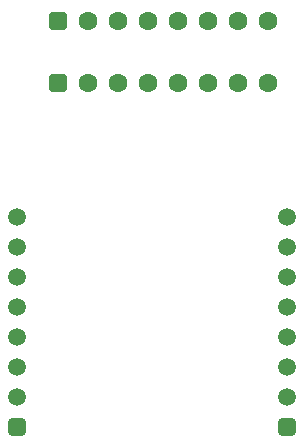
<source format=gbr>
%TF.GenerationSoftware,Altium Limited,Altium Designer,24.1.2 (44)*%
G04 Layer_Color=255*
%FSLAX45Y45*%
%MOMM*%
%TF.SameCoordinates,5EC3BBD7-C06D-4BA5-B086-9FF2EE8CE176*%
%TF.FilePolarity,Positive*%
%TF.FileFunction,Pads,Top*%
%TF.Part,Single*%
G01*
G75*
%TA.AperFunction,ComponentPad*%
%ADD11C,1.60000*%
G04:AMPARAMS|DCode=12|XSize=1.6mm|YSize=1.6mm|CornerRadius=0.4mm|HoleSize=0mm|Usage=FLASHONLY|Rotation=0.000|XOffset=0mm|YOffset=0mm|HoleType=Round|Shape=RoundedRectangle|*
%AMROUNDEDRECTD12*
21,1,1.60000,0.80000,0,0,0.0*
21,1,0.80000,1.60000,0,0,0.0*
1,1,0.80000,0.40000,-0.40000*
1,1,0.80000,-0.40000,-0.40000*
1,1,0.80000,-0.40000,0.40000*
1,1,0.80000,0.40000,0.40000*
%
%ADD12ROUNDEDRECTD12*%
%ADD13C,1.52000*%
G04:AMPARAMS|DCode=14|XSize=1.52mm|YSize=1.52mm|CornerRadius=0.38mm|HoleSize=0mm|Usage=FLASHONLY|Rotation=90.000|XOffset=0mm|YOffset=0mm|HoleType=Round|Shape=RoundedRectangle|*
%AMROUNDEDRECTD14*
21,1,1.52000,0.76000,0,0,90.0*
21,1,0.76000,1.52000,0,0,90.0*
1,1,0.76000,0.38000,0.38000*
1,1,0.76000,0.38000,-0.38000*
1,1,0.76000,-0.38000,-0.38000*
1,1,0.76000,-0.38000,0.38000*
%
%ADD14ROUNDEDRECTD14*%
D11*
X2222500Y4546600D02*
D03*
X1714500D02*
D03*
X1206500D02*
D03*
X1460500D02*
D03*
X1968500D02*
D03*
X2476500D02*
D03*
X2730500D02*
D03*
X2222500Y4023360D02*
D03*
X1714500D02*
D03*
X1206500D02*
D03*
X1460500D02*
D03*
X1968500D02*
D03*
X2476500D02*
D03*
X2730500D02*
D03*
D12*
X952500Y4546600D02*
D03*
Y4023360D02*
D03*
D13*
X2895600Y2882900D02*
D03*
Y2628900D02*
D03*
Y1612900D02*
D03*
Y1358900D02*
D03*
Y1866900D02*
D03*
Y2120900D02*
D03*
Y2374900D02*
D03*
X609600Y2882900D02*
D03*
Y2628900D02*
D03*
Y1612900D02*
D03*
Y1358900D02*
D03*
Y1866900D02*
D03*
Y2120900D02*
D03*
Y2374900D02*
D03*
D14*
X2895600Y1104900D02*
D03*
X609600D02*
D03*
%TF.MD5,b168ead40464e9f21134d76e6c4ef304*%
M02*

</source>
